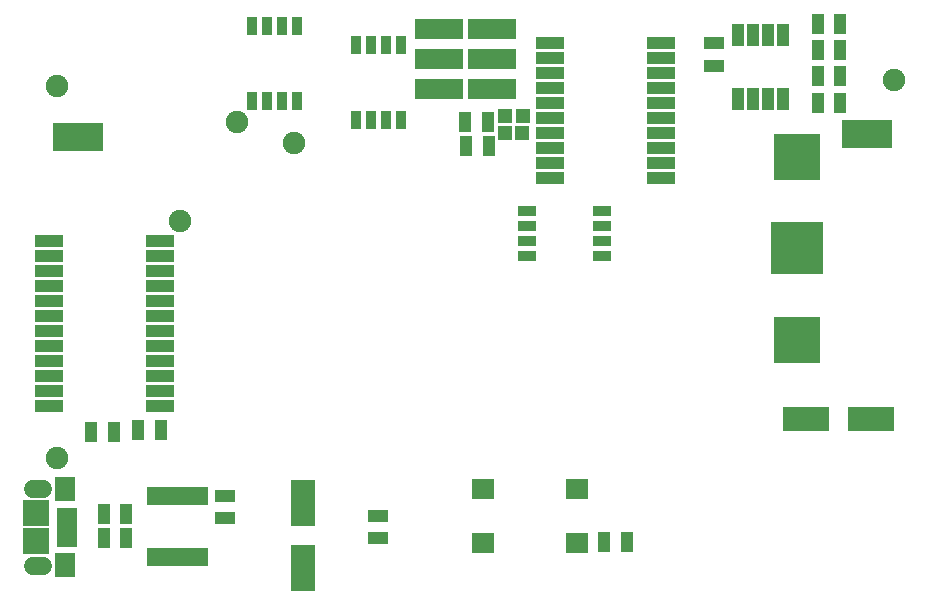
<source format=gbr>
G04 #@! TF.FileFunction,Soldermask,Top*
%FSLAX46Y46*%
G04 Gerber Fmt 4.6, Leading zero omitted, Abs format (unit mm)*
G04 Created by KiCad (PCBNEW (2016-05-05 BZR 6775)-product) date Tuesday, July 05, 2016 'PMt' 09:19:01 PM*
%MOMM*%
%LPD*%
G01*
G04 APERTURE LIST*
%ADD10C,0.100000*%
%ADD11R,2.400000X1.000000*%
%ADD12C,1.900000*%
%ADD13R,4.200000X2.400000*%
%ADD14R,1.700000X1.100000*%
%ADD15R,1.100000X1.700000*%
%ADD16R,0.800000X1.600000*%
%ADD17R,1.750000X0.800000*%
%ADD18R,1.800000X2.000000*%
%ADD19R,2.300000X2.300000*%
%ADD20O,2.400000X1.520000*%
%ADD21R,0.908000X1.543000*%
%ADD22R,1.197560X1.197560*%
%ADD23R,1.950000X1.700000*%
%ADD24R,2.000200X3.999180*%
%ADD25R,2.350000X1.000000*%
%ADD26R,1.543000X0.908000*%
%ADD27R,3.999180X2.000200*%
%ADD28R,1.000000X1.950000*%
%ADD29R,4.400000X4.400000*%
%ADD30R,4.000000X3.900000*%
%ADD31R,4.080000X1.670000*%
G04 APERTURE END LIST*
D10*
D11*
X113666000Y-135763000D03*
X113666000Y-134493000D03*
X113666000Y-133223000D03*
X113666000Y-131953000D03*
X113666000Y-130683000D03*
X113666000Y-129413000D03*
X113666000Y-128143000D03*
X113666000Y-126873000D03*
X113666000Y-125603000D03*
X113666000Y-124333000D03*
X113666000Y-123063000D03*
X113666000Y-121793000D03*
X104266000Y-121793000D03*
X104266000Y-123063000D03*
X104266000Y-124333000D03*
X104266000Y-125603000D03*
X104266000Y-126873000D03*
X104266000Y-128143000D03*
X104266000Y-129413000D03*
X104266000Y-130683000D03*
X104266000Y-131953000D03*
X104266000Y-133223000D03*
X104266000Y-134493000D03*
X104266000Y-135763000D03*
D12*
X175768000Y-108204000D03*
D13*
X173482000Y-112776000D03*
D12*
X104902000Y-140208000D03*
X115316000Y-120142000D03*
X120142000Y-111760000D03*
X104902000Y-108712000D03*
X124968000Y-113538000D03*
D13*
X106680000Y-113030000D03*
D14*
X160528000Y-105095000D03*
X160528000Y-106995000D03*
D15*
X171257000Y-110172500D03*
X169357000Y-110172500D03*
D16*
X112903000Y-148586500D03*
X113538000Y-148586500D03*
X114173000Y-148586500D03*
X114808000Y-148586500D03*
X115443000Y-148586500D03*
X116078000Y-148586500D03*
X116713000Y-148586500D03*
X117348000Y-148586500D03*
X117348000Y-143386500D03*
X116713000Y-143386500D03*
X116078000Y-143386500D03*
X115443000Y-143386500D03*
X114808000Y-143386500D03*
X114173000Y-143386500D03*
X113538000Y-143386500D03*
X112903000Y-143386500D03*
D14*
X119126000Y-143385500D03*
X119126000Y-145285500D03*
D17*
X105799000Y-147350000D03*
X105799000Y-146700000D03*
X105799000Y-144750000D03*
X105799000Y-145400000D03*
D18*
X105574000Y-142850000D03*
D19*
X103124000Y-144850000D03*
D20*
X103324000Y-142795000D03*
X103324000Y-149305000D03*
D19*
X103124000Y-147250000D03*
D18*
X105574000Y-149250000D03*
D17*
X105799000Y-146050000D03*
D15*
X108905000Y-146939000D03*
X110805000Y-146939000D03*
D21*
X125222000Y-109982000D03*
X123952000Y-109982000D03*
X122682000Y-109982000D03*
X121412000Y-109982000D03*
X121412000Y-103632000D03*
X122682000Y-103632000D03*
X123952000Y-103632000D03*
X125222000Y-103632000D03*
D15*
X108905000Y-144907000D03*
X110805000Y-144907000D03*
X107825500Y-137985500D03*
X109725500Y-137985500D03*
X171257000Y-107886500D03*
X169357000Y-107886500D03*
X171257000Y-105664000D03*
X169357000Y-105664000D03*
X153159500Y-147320000D03*
X151259500Y-147320000D03*
X139512000Y-111760000D03*
X141412000Y-111760000D03*
D22*
X142887700Y-111252000D03*
X144386300Y-111252000D03*
X142824200Y-112649000D03*
X144322800Y-112649000D03*
D15*
X139575500Y-113792000D03*
X141475500Y-113792000D03*
D23*
X140995500Y-147347500D03*
X140995500Y-142847500D03*
X148945500Y-142847500D03*
X148945500Y-147347500D03*
D15*
X169357000Y-103441500D03*
X171257000Y-103441500D03*
D24*
X125793500Y-143997680D03*
X125793500Y-149499320D03*
D25*
X146684000Y-105029000D03*
X146684000Y-106299000D03*
X146684000Y-107569000D03*
X146684000Y-108839000D03*
X146684000Y-110109000D03*
X146684000Y-111379000D03*
X146684000Y-112649000D03*
X146684000Y-113919000D03*
X146684000Y-115189000D03*
X146684000Y-116459000D03*
X156084000Y-116459000D03*
X156084000Y-115189000D03*
X156084000Y-113919000D03*
X156084000Y-112649000D03*
X156084000Y-111379000D03*
X156084000Y-110109000D03*
X156084000Y-108839000D03*
X156084000Y-107569000D03*
X156084000Y-106299000D03*
X156084000Y-105029000D03*
D26*
X151066500Y-119253000D03*
X151066500Y-120523000D03*
X151066500Y-121793000D03*
X151066500Y-123063000D03*
X144716500Y-123063000D03*
X144716500Y-121793000D03*
X144716500Y-120523000D03*
X144716500Y-119253000D03*
D15*
X111826000Y-137795000D03*
X113726000Y-137795000D03*
D14*
X132080000Y-145100000D03*
X132080000Y-147000000D03*
D27*
X168318180Y-136906000D03*
X173819820Y-136906000D03*
D28*
X166370000Y-104361000D03*
X165100000Y-104361000D03*
X163830000Y-104361000D03*
X162560000Y-104361000D03*
X162560000Y-109761000D03*
X163830000Y-109761000D03*
X165100000Y-109761000D03*
X166370000Y-109761000D03*
D29*
X167576500Y-122428000D03*
D30*
X167576500Y-130178000D03*
X167576500Y-114678000D03*
D21*
X134048500Y-111569500D03*
X132778500Y-111569500D03*
X131508500Y-111569500D03*
X130238500Y-111569500D03*
X130238500Y-105219500D03*
X131508500Y-105219500D03*
X132778500Y-105219500D03*
X134048500Y-105219500D03*
D31*
X141727000Y-103886000D03*
X141727000Y-106426000D03*
X141727000Y-108966000D03*
X137287000Y-108966000D03*
X137287000Y-106426000D03*
X137287000Y-103886000D03*
M02*

</source>
